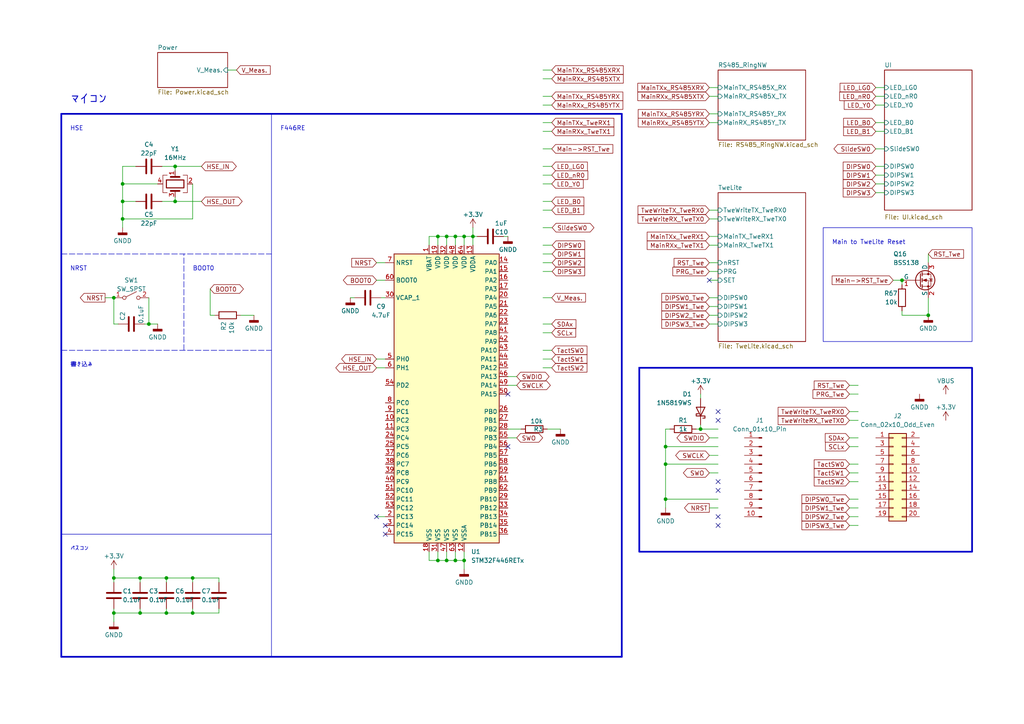
<source format=kicad_sch>
(kicad_sch (version 20230121) (generator eeschema)
  (paper "A4")
  (lib_symbols
    (symbol "Connector:Conn_01x10_Pin" (pin_names (offset 1.016) hide)
      (property "Reference" "J" (at 0 12.7 0))
      (property "Value" "Conn_01x10_Pin" (at 0 -15.24 0))
      (symbol "Conn_01x10_Pin_1_1"
        (polyline (pts (xy 1.27 -12.7) (xy 0.8636 -12.7)) (stroke (width 0.1524)))
        (polyline (pts (xy 1.27 -10.16) (xy 0.8636 -10.16)) (stroke (width 0.1524)))
        (polyline (pts (xy 1.27 -7.62) (xy 0.8636 -7.62)) (stroke (width 0.1524)))
        (polyline (pts (xy 1.27 -5.08) (xy 0.8636 -5.08)) (stroke (width 0.1524)))
        (polyline (pts (xy 1.27 -2.54) (xy 0.8636 -2.54)) (stroke (width 0.1524)))
        (polyline (pts (xy 1.27 0) (xy 0.8636 0)) (stroke (width 0.1524)))
        (polyline (pts (xy 1.27 2.54) (xy 0.8636 2.54)) (stroke (width 0.1524)))
        (polyline (pts (xy 1.27 5.08) (xy 0.8636 5.08)) (stroke (width 0.1524)))
        (polyline (pts (xy 1.27 7.62) (xy 0.8636 7.62)) (stroke (width 0.1524)))
        (polyline (pts (xy 1.27 10.16) (xy 0.8636 10.16)) (stroke (width 0.1524)))
        (rectangle (start 0.8636 -12.573) (end 0 -12.827) (stroke (width 0.1524)) (fill (type outline)))
        (rectangle (start 0.8636 -10.033) (end 0 -10.287) (stroke (width 0.1524)) (fill (type outline)))
        (rectangle (start 0.8636 -7.493) (end 0 -7.747) (stroke (width 0.1524)) (fill (type outline)))
        (rectangle (start 0.8636 -4.953) (end 0 -5.207) (stroke (width 0.1524)) (fill (type outline)))
        (rectangle (start 0.8636 -2.413) (end 0 -2.667) (stroke (width 0.1524)) (fill (type outline)))
        (rectangle (start 0.8636 0.127) (end 0 -0.127) (stroke (width 0.1524)) (fill (type outline)))
        (rectangle (start 0.8636 2.667) (end 0 2.413) (stroke (width 0.1524)) (fill (type outline)))
        (rectangle (start 0.8636 5.207) (end 0 4.953) (stroke (width 0.1524)) (fill (type outline)))
        (rectangle (start 0.8636 7.747) (end 0 7.493) (stroke (width 0.1524)) (fill (type outline)))
        (rectangle (start 0.8636 10.287) (end 0 10.033) (stroke (width 0.1524)) (fill (type outline)))
        (pin passive line (at 5.08 10.16 180) (length 3.81) (name "Pin_1") (number "1"))
        (pin passive line (at 5.08 -12.7 180) (length 3.81) (name "Pin_10") (number "10"))
        (pin passive line (at 5.08 7.62 180) (length 3.81) (name "Pin_2") (number "2"))
        (pin passive line (at 5.08 5.08 180) (length 3.81) (name "Pin_3") (number "3"))
        (pin passive line (at 5.08 2.54 180) (length 3.81) (name "Pin_4") (number "4"))
        (pin passive line (at 5.08 0 180) (length 3.81) (name "Pin_5") (number "5"))
        (pin passive line (at 5.08 -2.54 180) (length 3.81) (name "Pin_6") (number "6"))
        (pin passive line (at 5.08 -5.08 180) (length 3.81) (name "Pin_7") (number "7"))
        (pin passive line (at 5.08 -7.62 180) (length 3.81) (name "Pin_8") (number "8"))
        (pin passive line (at 5.08 -10.16 180) (length 3.81) (name "Pin_9") (number "9"))
      )
    )
    (symbol "Connector_Generic:Conn_02x10_Odd_Even" (pin_names (offset 1.016) hide)
      (property "Reference" "J" (at 1.27 12.7 0))
      (property "Value" "Conn_02x10_Odd_Even" (at 1.27 -15.24 0))
      (symbol "Conn_02x10_Odd_Even_1_1"
        (rectangle (start -1.27 -12.573) (end 0 -12.827) (stroke (width 0.1524)))
        (rectangle (start -1.27 -10.033) (end 0 -10.287) (stroke (width 0.1524)))
        (rectangle (start -1.27 -7.493) (end 0 -7.747) (stroke (width 0.1524)))
        (rectangle (start -1.27 -4.953) (end 0 -5.207) (stroke (width 0.1524)))
        (rectangle (start -1.27 -2.413) (end 0 -2.667) (stroke (width 0.1524)))
        (rectangle (start -1.27 0.127) (end 0 -0.127) (stroke (width 0.1524)))
        (rectangle (start -1.27 2.667) (end 0 2.413) (stroke (width 0.1524)))
        (rectangle (start -1.27 5.207) (end 0 4.953) (stroke (width 0.1524)))
        (rectangle (start -1.27 7.747) (end 0 7.493) (stroke (width 0.1524)))
        (rectangle (start -1.27 10.287) (end 0 10.033) (stroke (width 0.1524)))
        (rectangle (start -1.27 11.43) (end 3.81 -13.97) (stroke (width 0.254)) (fill (type background)))
        (rectangle (start 3.81 -12.573) (end 2.54 -12.827) (stroke (width 0.1524)))
        (rectangle (start 3.81 -10.033) (end 2.54 -10.287) (stroke (width 0.1524)))
        (rectangle (start 3.81 -7.493) (end 2.54 -7.747) (stroke (width 0.1524)))
        (rectangle (start 3.81 -4.953) (end 2.54 -5.207) (stroke (width 0.1524)))
        (rectangle (start 3.81 -2.413) (end 2.54 -2.667) (stroke (width 0.1524)))
        (rectangle (start 3.81 0.127) (end 2.54 -0.127) (stroke (width 0.1524)))
        (rectangle (start 3.81 2.667) (end 2.54 2.413) (stroke (width 0.1524)))
        (rectangle (start 3.81 5.207) (end 2.54 4.953) (stroke (width 0.1524)))
        (rectangle (start 3.81 7.747) (end 2.54 7.493) (stroke (width 0.1524)))
        (rectangle (start 3.81 10.287) (end 2.54 10.033) (stroke (width 0.1524)))
        (pin passive line (at -5.08 10.16 0) (length 3.81) (name "Pin_1") (number "1"))
        (pin passive line (at 7.62 0 180) (length 3.81) (name "Pin_10") (number "10"))
        (pin passive line (at -5.08 -2.54 0) (length 3.81) (name "Pin_11") (number "11"))
        (pin passive line (at 7.62 -2.54 180) (length 3.81) (name "Pin_12") (number "12"))
        (pin passive line (at -5.08 -5.08 0) (length 3.81) (name "Pin_13") (number "13"))
        (pin passive line (at 7.62 -5.08 180) (length 3.81) (name "Pin_14") (number "14"))
        (pin passive line (at -5.08 -7.62 0) (length 3.81) (name "Pin_15") (number "15"))
        (pin passive line (at 7.62 -7.62 180) (length 3.81) (name "Pin_16") (number "16"))
        (pin passive line (at -5.08 -10.16 0) (length 3.81) (name "Pin_17") (number "17"))
        (pin passive line (at 7.62 -10.16 180) (length 3.81) (name "Pin_18") (number "18"))
        (pin passive line (at -5.08 -12.7 0) (length 3.81) (name "Pin_19") (number "19"))
        (pin passive line (at 7.62 10.16 180) (length 3.81) (name "Pin_2") (number "2"))
        (pin passive line (at 7.62 -12.7 180) (length 3.81) (name "Pin_20") (number "20"))
        (pin passive line (at -5.08 7.62 0) (length 3.81) (name "Pin_3") (number "3"))
        (pin passive line (at 7.62 7.62 180) (length 3.81) (name "Pin_4") (number "4"))
        (pin passive line (at -5.08 5.08 0) (length 3.81) (name "Pin_5") (number "5"))
        (pin passive line (at 7.62 5.08 180) (length 3.81) (name "Pin_6") (number "6"))
        (pin passive line (at -5.08 2.54 0) (length 3.81) (name "Pin_7") (number "7"))
        (pin passive line (at 7.62 2.54 180) (length 3.81) (name "Pin_8") (number "8"))
        (pin passive line (at -5.08 0 0) (length 3.81) (name "Pin_9") (number "9"))
      )
    )
    (symbol "D_Schottky_3" (pin_numbers hide) (pin_names (offset 1.016) hide)
      (property "Reference" "D" (at 0 2.54 0))
      (property "Value" "D_Schottky_3" (at 0 -2.54 0))
      (symbol "D_Schottky_3_0_1"
        (polyline (pts (xy 1.27 0) (xy -1.27 0)))
        (polyline (pts (xy 1.27 1.27) (xy 1.27 -1.27) (xy -1.27 0) (xy 1.27 1.27)) (stroke (width 0.254)))
        (polyline (pts (xy -1.905 0.635) (xy -1.905 1.27) (xy -1.27 1.27) (xy -1.27 -1.27) (xy -0.635 -1.27) (xy -0.635 -0.635)) (stroke (width 0.254)))
      )
      (symbol "D_Schottky_3_1_1"
        (pin passive line (at -3.81 0 0) (length 2.54) (name "K") (number "1"))
        (pin passive line (at 3.81 0 180) (length 2.54) (name "A") (number "2"))
      )
    )
    (symbol "Device:C" (pin_numbers hide) (pin_names (offset 0.254))
      (property "Reference" "C" (at 0.635 2.54 0))
      (property "Value" "C" (at 0.635 -2.54 0))
      (symbol "C_0_1"
        (polyline (pts (xy -2.032 -0.762) (xy 2.032 -0.762)) (stroke (width 0.508)))
        (polyline (pts (xy -2.032 0.762) (xy 2.032 0.762)) (stroke (width 0.508)))
      )
      (symbol "C_1_1"
        (pin passive line (at 0 3.81 270) (length 2.794) (name "~") (number "1"))
        (pin passive line (at 0 -3.81 90) (length 2.794) (name "~") (number "2"))
      )
    )
    (symbol "Device:Crystal_GND24" (pin_names (offset 1.016) hide)
      (property "Reference" "Y" (at 3.175 5.08 0))
      (property "Value" "Crystal_GND24" (at 3.175 3.175 0))
      (symbol "Crystal_GND24_0_1"
        (rectangle (start -1.143 2.54) (end 1.143 -2.54) (stroke (width 0.3048)))
        (polyline (pts (xy -2.54 0) (xy -2.032 0)))
        (polyline (pts (xy -2.032 -1.27) (xy -2.032 1.27)) (stroke (width 0.508)))
        (polyline (pts (xy 0 -3.81) (xy 0 -3.556)))
        (polyline (pts (xy 0 3.556) (xy 0 3.81)))
        (polyline (pts (xy 2.032 -1.27) (xy 2.032 1.27)) (stroke (width 0.508)))
        (polyline (pts (xy 2.032 0) (xy 2.54 0)))
        (polyline (pts (xy -2.54 -2.286) (xy -2.54 -3.556) (xy 2.54 -3.556) (xy 2.54 -2.286)))
        (polyline (pts (xy -2.54 2.286) (xy -2.54 3.556) (xy 2.54 3.556) (xy 2.54 2.286)))
      )
      (symbol "Crystal_GND24_1_1"
        (pin passive line (at -3.81 0 0) (length 1.27) (name "1") (number "1"))
        (pin passive line (at 0 5.08 270) (length 1.27) (name "2") (number "2"))
        (pin passive line (at 3.81 0 180) (length 1.27) (name "3") (number "3"))
        (pin passive line (at 0 -5.08 90) (length 1.27) (name "4") (number "4"))
      )
    )
    (symbol "Device:R" (pin_numbers hide) (pin_names (offset 0))
      (property "Reference" "R" (at 2.032 0 90))
      (property "Value" "R" (at 0 0 90))
      (symbol "R_0_1"
        (rectangle (start -1.016 -2.54) (end 1.016 2.54) (stroke (width 0.254)))
      )
      (symbol "R_1_1"
        (pin passive line (at 0 3.81 270) (length 1.27) (name "~") (number "1"))
        (pin passive line (at 0 -3.81 90) (length 1.27) (name "~") (number "2"))
      )
    )
    (symbol "MCU_ST_STM32F4:STM32F446RETx"
      (property "Reference" "U" (at -15.24 41.91 0))
      (property "Value" "STM32F446RETx" (at 10.16 41.91 0))
      (symbol "STM32F446RETx_0_1"
        (rectangle (start -15.24 -43.18) (end 15.24 40.64) (stroke (width 0.254)) (fill (type background)))
      )
      (symbol "STM32F446RETx_1_1"
        (pin power_in line (at -5.08 43.18 270) (length 2.54) (name "VBAT") (number "1"))
        (pin bidirectional line (at -17.78 -7.62 0) (length 2.54) (name "PC2") (number "10"))
        (pin bidirectional line (at -17.78 -10.16 0) (length 2.54) (name "PC3") (number "11"))
        (pin power_in line (at 5.08 -45.72 90) (length 2.54) (name "VSSA") (number "12"))
        (pin power_in line (at 7.62 43.18 270) (length 2.54) (name "VDDA") (number "13"))
        (pin bidirectional line (at 17.78 38.1 180) (length 2.54) (name "PA0") (number "14"))
        (pin bidirectional line (at 17.78 35.56 180) (length 2.54) (name "PA1") (number "15"))
        (pin bidirectional line (at 17.78 33.02 180) (length 2.54) (name "PA2") (number "16"))
        (pin bidirectional line (at 17.78 30.48 180) (length 2.54) (name "PA3") (number "17"))
        (pin power_in line (at -5.08 -45.72 90) (length 2.54) (name "VSS") (number "18"))
        (pin power_in line (at -2.54 43.18 270) (length 2.54) (name "VDD") (number "19"))
        (pin bidirectional line (at -17.78 -35.56 0) (length 2.54) (name "PC13") (number "2"))
        (pin bidirectional line (at 17.78 27.94 180) (length 2.54) (name "PA4") (number "20"))
        (pin bidirectional line (at 17.78 25.4 180) (length 2.54) (name "PA5") (number "21"))
        (pin bidirectional line (at 17.78 22.86 180) (length 2.54) (name "PA6") (number "22"))
        (pin bidirectional line (at 17.78 20.32 180) (length 2.54) (name "PA7") (number "23"))
        (pin bidirectional line (at -17.78 -12.7 0) (length 2.54) (name "PC4") (number "24"))
        (pin bidirectional line (at -17.78 -15.24 0) (length 2.54) (name "PC5") (number "25"))
        (pin bidirectional line (at 17.78 -5.08 180) (length 2.54) (name "PB0") (number "26"))
        (pin bidirectional line (at 17.78 -7.62 180) (length 2.54) (name "PB1") (number "27"))
        (pin bidirectional line (at 17.78 -10.16 180) (length 2.54) (name "PB2") (number "28"))
        (pin bidirectional line (at 17.78 -30.48 180) (length 2.54) (name "PB10") (number "29"))
        (pin bidirectional line (at -17.78 -38.1 0) (length 2.54) (name "PC14") (number "3"))
        (pin power_in line (at -17.78 27.94 0) (length 2.54) (name "VCAP_1") (number "30"))
        (pin power_in line (at -2.54 -45.72 90) (length 2.54) (name "VSS") (number "31"))
        (pin power_in line (at 0 43.18 270) (length 2.54) (name "VDD") (number "32"))
        (pin bidirectional line (at 17.78 -33.02 180) (length 2.54) (name "PB12") (number "33"))
        (pin bidirectional line (at 17.78 -35.56 180) (length 2.54) (name "PB13") (number "34"))
        (pin bidirectional line (at 17.78 -38.1 180) (length 2.54) (name "PB14") (number "35"))
        (pin bidirectional line (at 17.78 -40.64 180) (length 2.54) (name "PB15") (number "36"))
        (pin bidirectional line (at -17.78 -17.78 0) (length 2.54) (name "PC6") (number "37"))
        (pin bidirectional line (at -17.78 -20.32 0) (length 2.54) (name "PC7") (number "38"))
        (pin bidirectional line (at -17.78 -22.86 0) (length 2.54) (name "PC8") (number "39"))
        (pin bidirectional line (at -17.78 -40.64 0) (length 2.54) (name "PC15") (number "4"))
        (pin bidirectional line (at -17.78 -25.4 0) (length 2.54) (name "PC9") (number "40"))
        (pin bidirectional line (at 17.78 17.78 180) (length 2.54) (name "PA8") (number "41"))
        (pin bidirectional line (at 17.78 15.24 180) (length 2.54) (name "PA9") (number "42"))
        (pin bidirectional line (at 17.78 12.7 180) (length 2.54) (name "PA10") (number "43"))
        (pin bidirectional line (at 17.78 10.16 180) (length 2.54) (name "PA11") (number "44"))
        (pin bidirectional line (at 17.78 7.62 180) (length 2.54) (name "PA12") (number "45"))
        (pin bidirectional line (at 17.78 5.08 180) (length 2.54) (name "PA13") (number "46"))
        (pin power_in line (at 0 -45.72 90) (length 2.54) (name "VSS") (number "47"))
        (pin power_in line (at 2.54 43.18 270) (length 2.54) (name "VDD") (number "48"))
        (pin bidirectional line (at 17.78 2.54 180) (length 2.54) (name "PA14") (number "49"))
        (pin input line (at -17.78 10.16 0) (length 2.54) (name "PH0") (number "5"))
        (pin bidirectional line (at 17.78 0 180) (length 2.54) (name "PA15") (number "50"))
        (pin bidirectional line (at -17.78 -27.94 0) (length 2.54) (name "PC10") (number "51"))
        (pin bidirectional line (at -17.78 -30.48 0) (length 2.54) (name "PC11") (number "52"))
        (pin bidirectional line (at -17.78 -33.02 0) (length 2.54) (name "PC12") (number "53"))
        (pin bidirectional line (at -17.78 2.54 0) (length 2.54) (name "PD2") (number "54"))
        (pin bidirectional line (at 17.78 -12.7 180) (length 2.54) (name "PB3") (number "55"))
        (pin bidirectional line (at 17.78 -15.24 180) (length 2.54) (name "PB4") (number "56"))
        (pin bidirectional line (at 17.78 -17.78 180) (length 2.54) (name "PB5") (number "57"))
        (pin bidirectional line (at 17.78 -20.32 180) (length 2.54) (name "PB6") (number "58"))
        (pin bidirectional line (at 17.78 -22.86 180) (length 2.54) (name "PB7") (number "59"))
        (pin input line (at -17.78 7.62 0) (length 2.54) (name "PH1") (number "6"))
        (pin input line (at -17.78 33.02 0) (length 2.54) (name "BOOT0") (number "60"))
        (pin bidirectional line (at 17.78 -25.4 180) (length 2.54) (name "PB8") (number "61"))
        (pin bidirectional line (at 17.78 -27.94 180) (length 2.54) (name "PB9") (number "62"))
        (pin power_in line (at 2.54 -45.72 90) (length 2.54) (name "VSS") (number "63"))
        (pin power_in line (at 5.08 43.18 270) (length 2.54) (name "VDD") (number "64"))
        (pin input line (at -17.78 38.1 0) (length 2.54) (name "NRST") (number "7"))
        (pin bidirectional line (at -17.78 -2.54 0) (length 2.54) (name "PC0") (number "8"))
        (pin bidirectional line (at -17.78 -5.08 0) (length 2.54) (name "PC1") (number "9"))
      )
    )
    (symbol "Q_NMOS_GSD_1" (pin_names (offset 0))
      (property "Reference" "Q" (at 5.08 1.27 0))
      (property "Value" "Q_NMOS_GSD_1" (at 5.08 -1.27 0))
      (symbol "Q_NMOS_GSD_1_0_1"
        (polyline (pts (xy 0.254 0) (xy -2.54 0)))
        (polyline (pts (xy 0.254 1.905) (xy 0.254 -1.905)) (stroke (width 0.254)))
        (polyline (pts (xy 0.762 -1.27) (xy 0.762 -2.286)) (stroke (width 0.254)))
        (polyline (pts (xy 0.762 0.508) (xy 0.762 -0.508)) (stroke (width 0.254)))
        (polyline (pts (xy 0.762 2.286) (xy 0.762 1.27)) (stroke (width 0.254)))
        (polyline (pts (xy 2.54 2.54) (xy 2.54 1.778)))
        (polyline (pts (xy 2.54 -2.54) (xy 2.54 0) (xy 0.762 0)))
        (polyline (pts (xy 0.762 -1.778) (xy 3.302 -1.778) (xy 3.302 1.778) (xy 0.762 1.778)))
        (polyline (pts (xy 1.016 0) (xy 2.032 0.381) (xy 2.032 -0.381) (xy 1.016 0)) (fill (type outline)))
        (polyline (pts (xy 2.794 0.508) (xy 2.921 0.381) (xy 3.683 0.381) (xy 3.81 0.254)))
        (polyline (pts (xy 3.302 0.381) (xy 2.921 -0.254) (xy 3.683 -0.254) (xy 3.302 0.381)))
        (circle (center 1.651 0) (radius 2.794) (stroke (width 0.254)))
        (circle (center 2.54 -1.778) (radius 0.254) (fill (type outline)))
        (circle (center 2.54 1.778) (radius 0.254) (fill (type outline)))
      )
      (symbol "Q_NMOS_GSD_1_1_1"
        (pin input line (at -5.08 0 0) (length 2.54) (name "G") (number "1"))
        (pin passive line (at 2.54 -5.08 90) (length 2.54) (name "S") (number "2"))
        (pin passive line (at 2.54 5.08 270) (length 2.54) (name "D") (number "3"))
      )
    )
    (symbol "Switch:SW_SPST" (pin_names (offset 0) hide)
      (property "Reference" "SW" (at 0 3.175 0))
      (property "Value" "SW_SPST" (at 0 -2.54 0))
      (symbol "SW_SPST_0_0"
        (circle (center -2.032 0) (radius 0.508))
        (polyline (pts (xy -1.524 0.254) (xy 1.524 1.778)))
        (circle (center 2.032 0) (radius 0.508))
      )
      (symbol "SW_SPST_1_1"
        (pin passive line (at -5.08 0 0) (length 2.54) (name "A") (number "1"))
        (pin passive line (at 5.08 0 180) (length 2.54) (name "B") (number "2"))
      )
    )
    (symbol "power:+3.3V" (power) (pin_names (offset 0))
      (property "Value" "+3.3V" (at 0 3.556 0))
      (symbol "+3.3V_0_1"
        (polyline (pts (xy -0.762 1.27) (xy 0 2.54)))
        (polyline (pts (xy 0 0) (xy 0 2.54)))
        (polyline (pts (xy 0 2.54) (xy 0.762 1.27)))
      )
      (symbol "+3.3V_1_1"
        (pin power_in line (at 0 0 90) (length 0) hide (name "+3.3V") (number "1"))
      )
    )
    (symbol "power:GNDD" (power) (pin_names (offset 0))
      (property "Value" "GNDD" (at 0 -3.175 0))
      (symbol "GNDD_0_1"
        (rectangle (start -1.27 -1.524) (end 1.27 -2.032) (stroke (width 0.254)) (fill (type outline)))
        (polyline (pts (xy 0 0) (xy 0 -1.524)))
      )
      (symbol "GNDD_1_1"
        (pin power_in line (at 0 0 270) (length 0) hide (name "GNDD") (number "1"))
      )
    )
    (symbol "power:VBUS" (power) (pin_names (offset 0))
      (property "Value" "VBUS" (at 0 3.81 0))
      (symbol "VBUS_0_1"
        (polyline (pts (xy -0.762 1.27) (xy 0 2.54)))
        (polyline (pts (xy 0 0) (xy 0 2.54)))
        (polyline (pts (xy 0 2.54) (xy 0.762 1.27)))
      )
      (symbol "VBUS_1_1"
        (pin power_in line (at 0 0 90) (length 0) hide (name "VBUS") (number "1"))
      )
    )
  )
  (junction (at 50.8 58.42))
  (junction (at 129.54 68.58))
  (junction (at 35.56 58.42))
  (junction (at 33.02 86.36))
  (junction (at 261.62 81.28))
  (junction (at 193.04 129.54))
  (junction (at 55.88 167.64))
  (junction (at 33.02 177.8))
  (junction (at 43.18 93.98))
  (junction (at 129.54 162.56))
  (junction (at 35.56 53.34))
  (junction (at 35.56 63.5))
  (junction (at 132.08 68.58))
  (junction (at 50.8 48.26))
  (junction (at 127 162.56))
  (junction (at 48.26 177.8))
  (junction (at 193.04 144.78))
  (junction (at 132.08 162.56))
  (junction (at 48.26 167.64))
  (junction (at 134.62 162.56))
  (junction (at 40.64 167.64))
  (junction (at 137.16 68.58))
  (junction (at 269.24 91.44))
  (junction (at 134.62 68.58))
  (junction (at 40.64 177.8))
  (junction (at 127 68.58))
  (junction (at 55.88 177.8))
  (junction (at 193.04 134.62))
  (junction (at 33.02 167.64))
  (junction (at 203.2 124.46))
  (no_connect (at 208.28 119.38))
  (no_connect (at 111.76 154.94))
  (no_connect (at 205.74 81.28))
  (no_connect (at 208.28 121.92))
  (no_connect (at 208.28 149.86))
  (no_connect (at 147.32 129.54))
  (no_connect (at 147.32 114.3))
  (no_connect (at 208.28 139.7))
  (no_connect (at 109.22 149.86))
  (no_connect (at 208.28 142.24))
  (no_connect (at 208.28 152.4))
  (no_connect (at 111.76 152.4))
  (wire (pts (xy 205.74 63.5) (xy 208.28 63.5)))
  (wire (pts (xy 246.38 137.16) (xy 248.92 137.16)))
  (wire (pts (xy 127 68.58) (xy 129.54 68.58)))
  (wire (pts (xy 146.05 68.58) (xy 147.32 68.58)))
  (wire (pts (xy 261.62 90.17) (xy 261.62 91.44)))
  (wire (pts (xy 134.62 71.12) (xy 134.62 68.58)))
  (wire (pts (xy 160.02 106.68) (xy 157.48 106.68)))
  (wire (pts (xy 194.31 124.46) (xy 193.04 124.46)))
  (wire (pts (xy 254 25.4) (xy 256.54 25.4)))
  (wire (pts (xy 69.85 91.44) (xy 73.66 91.44)))
  (wire (pts (xy 147.32 127) (xy 149.86 127)))
  (wire (pts (xy 66.04 20.32) (xy 68.58 20.32)))
  (wire (pts (xy 48.26 177.8) (xy 55.88 177.8)))
  (wire (pts (xy 160.02 20.32) (xy 157.48 20.32)))
  (wire (pts (xy 134.62 162.56) (xy 134.62 165.1)))
  (wire (pts (xy 203.2 114.3) (xy 203.2 115.57)))
  (wire (pts (xy 60.96 83.82) (xy 60.96 91.44)))
  (polyline (pts (xy 180.34 190.5) (xy 180.34 33.02)) (stroke (width 0.5) (type solid)))
  (wire (pts (xy 160.02 104.14) (xy 157.48 104.14)))
  (wire (pts (xy 160.02 101.6) (xy 157.48 101.6)))
  (wire (pts (xy 160.02 78.74) (xy 157.48 78.74)))
  (wire (pts (xy 134.62 68.58) (xy 137.16 68.58)))
  (wire (pts (xy 33.02 177.8) (xy 33.02 180.34)))
  (wire (pts (xy 137.16 66.04) (xy 137.16 68.58)))
  (wire (pts (xy 205.74 27.94) (xy 208.28 27.94)))
  (wire (pts (xy 205.74 91.44) (xy 208.28 91.44)))
  (wire (pts (xy 58.42 48.26) (xy 50.8 48.26)))
  (wire (pts (xy 193.04 124.46) (xy 193.04 129.54)))
  (wire (pts (xy 33.02 165.1) (xy 33.02 167.64)))
  (wire (pts (xy 109.22 81.28) (xy 111.76 81.28)))
  (wire (pts (xy 129.54 68.58) (xy 132.08 68.58)))
  (wire (pts (xy 63.5 177.8) (xy 63.5 176.53)))
  (wire (pts (xy 35.56 58.42) (xy 39.37 58.42)))
  (wire (pts (xy 254 35.56) (xy 256.54 35.56)))
  (wire (pts (xy 33.02 86.36) (xy 33.02 93.98)))
  (wire (pts (xy 46.99 58.42) (xy 50.8 58.42)))
  (wire (pts (xy 193.04 134.62) (xy 193.04 129.54)))
  (wire (pts (xy 129.54 162.56) (xy 132.08 162.56)))
  (wire (pts (xy 160.02 66.04) (xy 157.48 66.04)))
  (polyline (pts (xy 78.74 33.02) (xy 78.74 190.5)) (stroke (width 0) (type solid)))
  (wire (pts (xy 254 38.1) (xy 256.54 38.1)))
  (wire (pts (xy 259.08 81.28) (xy 261.62 81.28)))
  (wire (pts (xy 30.48 86.36) (xy 33.02 86.36)))
  (wire (pts (xy 205.74 81.28) (xy 208.28 81.28)))
  (wire (pts (xy 33.02 167.64) (xy 40.64 167.64)))
  (wire (pts (xy 254 50.8) (xy 256.54 50.8)))
  (wire (pts (xy 48.26 167.64) (xy 55.88 167.64)))
  (wire (pts (xy 158.75 124.46) (xy 162.56 124.46)))
  (wire (pts (xy 40.64 177.8) (xy 48.26 177.8)))
  (wire (pts (xy 33.02 93.98) (xy 34.29 93.98)))
  (wire (pts (xy 147.32 111.76) (xy 149.86 111.76)))
  (wire (pts (xy 160.02 76.2) (xy 157.48 76.2)))
  (wire (pts (xy 160.02 38.1) (xy 157.48 38.1)))
  (wire (pts (xy 205.74 93.98) (xy 208.28 93.98)))
  (polyline (pts (xy 17.78 33.02) (xy 17.78 190.5)) (stroke (width 0.5) (type solid)))
  (wire (pts (xy 160.02 96.52) (xy 157.48 96.52)))
  (wire (pts (xy 254 30.48) (xy 256.54 30.48)))
  (wire (pts (xy 40.64 167.64) (xy 48.26 167.64)))
  (wire (pts (xy 269.24 91.44) (xy 269.24 86.36)))
  (wire (pts (xy 254 43.18) (xy 256.54 43.18)))
  (wire (pts (xy 43.18 86.36) (xy 43.18 93.98)))
  (wire (pts (xy 160.02 22.86) (xy 157.48 22.86)))
  (polyline (pts (xy 17.78 101.6) (xy 78.74 101.6)) (stroke (width 0) (type dash)))
  (wire (pts (xy 33.02 176.53) (xy 33.02 177.8)))
  (wire (pts (xy 205.74 68.58) (xy 208.28 68.58)))
  (wire (pts (xy 205.74 71.12) (xy 208.28 71.12)))
  (wire (pts (xy 40.64 176.53) (xy 40.64 177.8)))
  (wire (pts (xy 205.74 86.36) (xy 208.28 86.36)))
  (wire (pts (xy 208.28 147.32) (xy 205.74 147.32)))
  (wire (pts (xy 132.08 160.02) (xy 132.08 162.56)))
  (wire (pts (xy 48.26 176.53) (xy 48.26 177.8)))
  (wire (pts (xy 208.28 137.16) (xy 205.74 137.16)))
  (wire (pts (xy 109.22 106.68) (xy 111.76 106.68)))
  (wire (pts (xy 132.08 162.56) (xy 134.62 162.56)))
  (wire (pts (xy 48.26 167.64) (xy 48.26 168.91)))
  (wire (pts (xy 55.88 167.64) (xy 55.88 168.91)))
  (wire (pts (xy 160.02 48.26) (xy 157.48 48.26)))
  (wire (pts (xy 55.88 167.64) (xy 63.5 167.64)))
  (wire (pts (xy 60.96 91.44) (xy 62.23 91.44)))
  (wire (pts (xy 208.28 132.08) (xy 205.74 132.08)))
  (wire (pts (xy 147.32 109.22) (xy 149.86 109.22)))
  (wire (pts (xy 39.37 48.26) (xy 35.56 48.26)))
  (wire (pts (xy 35.56 58.42) (xy 35.56 63.5)))
  (wire (pts (xy 246.38 114.3) (xy 248.92 114.3)))
  (wire (pts (xy 246.38 119.38) (xy 248.92 119.38)))
  (wire (pts (xy 254 27.94) (xy 256.54 27.94)))
  (wire (pts (xy 246.38 149.86) (xy 248.92 149.86)))
  (wire (pts (xy 246.38 134.62) (xy 248.92 134.62)))
  (wire (pts (xy 147.32 124.46) (xy 151.13 124.46)))
  (polyline (pts (xy 17.78 73.66) (xy 78.74 73.66)) (stroke (width 0) (type dash)))
  (wire (pts (xy 127 162.56) (xy 129.54 162.56)))
  (wire (pts (xy 205.74 25.4) (xy 208.28 25.4)))
  (wire (pts (xy 246.38 121.92) (xy 248.92 121.92)))
  (wire (pts (xy 127 71.12) (xy 127 68.58)))
  (wire (pts (xy 124.46 68.58) (xy 127 68.58)))
  (wire (pts (xy 35.56 53.34) (xy 35.56 58.42)))
  (wire (pts (xy 246.38 152.4) (xy 248.92 152.4)))
  (wire (pts (xy 261.62 81.28) (xy 261.62 82.55)))
  (wire (pts (xy 205.74 88.9) (xy 208.28 88.9)))
  (wire (pts (xy 124.46 162.56) (xy 127 162.56)))
  (wire (pts (xy 160.02 30.48) (xy 157.48 30.48)))
  (wire (pts (xy 127 160.02) (xy 127 162.56)))
  (wire (pts (xy 33.02 167.64) (xy 33.02 168.91)))
  (wire (pts (xy 132.08 68.58) (xy 134.62 68.58)))
  (wire (pts (xy 109.22 104.14) (xy 111.76 104.14)))
  (wire (pts (xy 261.62 91.44) (xy 269.24 91.44)))
  (wire (pts (xy 203.2 123.19) (xy 203.2 124.46)))
  (wire (pts (xy 137.16 68.58) (xy 137.16 71.12)))
  (wire (pts (xy 50.8 48.26) (xy 50.8 49.53)))
  (wire (pts (xy 35.56 63.5) (xy 55.88 63.5)))
  (wire (pts (xy 269.24 73.66) (xy 269.24 76.2)))
  (wire (pts (xy 157.48 43.18) (xy 160.02 43.18)))
  (wire (pts (xy 46.99 48.26) (xy 50.8 48.26)))
  (wire (pts (xy 102.87 86.36) (xy 101.6 86.36)))
  (wire (pts (xy 208.28 144.78) (xy 193.04 144.78)))
  (wire (pts (xy 50.8 58.42) (xy 58.42 58.42)))
  (wire (pts (xy 35.56 53.34) (xy 45.72 53.34)))
  (polyline (pts (xy 17.78 33.02) (xy 180.34 33.02)) (stroke (width 0.5) (type solid)))
  (wire (pts (xy 138.43 68.58) (xy 137.16 68.58)))
  (wire (pts (xy 246.38 144.78) (xy 248.92 144.78)))
  (wire (pts (xy 160.02 93.98) (xy 157.48 93.98)))
  (wire (pts (xy 203.2 124.46) (xy 208.28 124.46)))
  (wire (pts (xy 193.04 144.78) (xy 193.04 134.62)))
  (wire (pts (xy 208.28 127) (xy 205.74 127)))
  (wire (pts (xy 55.88 53.34) (xy 55.88 63.5)))
  (wire (pts (xy 160.02 58.42) (xy 157.48 58.42)))
  (wire (pts (xy 33.02 177.8) (xy 40.64 177.8)))
  (polyline (pts (xy 78.74 154.94) (xy 17.78 154.94)) (stroke (width 0) (type solid)))
  (wire (pts (xy 157.48 86.36) (xy 160.02 86.36)))
  (wire (pts (xy 124.46 160.02) (xy 124.46 162.56)))
  (wire (pts (xy 254 48.26) (xy 256.54 48.26)))
  (wire (pts (xy 193.04 147.32) (xy 193.04 144.78)))
  (wire (pts (xy 246.38 129.54) (xy 248.92 129.54)))
  (wire (pts (xy 35.56 66.04) (xy 35.56 63.5)))
  (wire (pts (xy 246.38 139.7) (xy 248.92 139.7)))
  (wire (pts (xy 160.02 50.8) (xy 157.48 50.8)))
  (wire (pts (xy 205.74 35.56) (xy 208.28 35.56)))
  (wire (pts (xy 109.22 76.2) (xy 111.76 76.2)))
  (wire (pts (xy 205.74 33.02) (xy 208.28 33.02)))
  (wire (pts (xy 129.54 68.58) (xy 129.54 71.12)))
  (wire (pts (xy 160.02 71.12) (xy 157.48 71.12)))
  (wire (pts (xy 63.5 167.64) (xy 63.5 168.91)))
  (wire (pts (xy 40.64 167.64) (xy 40.64 168.91)))
  (wire (pts (xy 160.02 73.66) (xy 157.48 73.66)))
  (wire (pts (xy 43.18 93.98) (xy 41.91 93.98)))
  (polyline (pts (xy 53.34 101.6) (xy 53.34 73.66)) (stroke (width 0) (type dash)))
  (wire (pts (xy 160.02 35.56) (xy 157.48 35.56)))
  (wire (pts (xy 110.49 86.36) (xy 111.76 86.36)))
  (wire (pts (xy 132.08 68.58) (xy 132.08 71.12)))
  (wire (pts (xy 124.46 68.58) (xy 124.46 71.12)))
  (wire (pts (xy 203.2 124.46) (xy 201.93 124.46)))
  (wire (pts (xy 208.28 129.54) (xy 193.04 129.54)))
  (wire (pts (xy 50.8 57.15) (xy 50.8 58.42)))
  (wire (pts (xy 111.76 149.86) (xy 109.22 149.86)))
  (wire (pts (xy 55.88 176.53) (xy 55.88 177.8)))
  (wire (pts (xy 208.28 134.62) (xy 193.04 134.62)))
  (wire (pts (xy 246.38 147.32) (xy 248.92 147.32)))
  (wire (pts (xy 205.74 76.2) (xy 208.28 76.2)))
  (wire (pts (xy 129.54 160.02) (xy 129.54 162.56)))
  (wire (pts (xy 160.02 27.94) (xy 157.48 27.94)))
  (wire (pts (xy 246.38 111.76) (xy 248.92 111.76)))
  (wire (pts (xy 43.18 93.98) (xy 45.72 93.98)))
  (polyline (pts (xy 17.78 190.5) (xy 180.34 190.5)) (stroke (width 0.5) (type solid)))
  (wire (pts (xy 160.02 53.34) (xy 157.48 53.34)))
  (wire (pts (xy 35.56 48.26) (xy 35.56 53.34)))
  (wire (pts (xy 160.02 60.96) (xy 157.48 60.96)))
  (wire (pts (xy 134.62 160.02) (xy 134.62 162.56)))
  (wire (pts (xy 205.74 60.96) (xy 208.28 60.96)))
  (wire (pts (xy 205.74 78.74) (xy 208.28 78.74)))
  (wire (pts (xy 246.38 127) (xy 248.92 127)))
  (wire (pts (xy 254 55.88) (xy 256.54 55.88)))
  (wire (pts (xy 55.88 177.8) (xy 63.5 177.8)))
  (wire (pts (xy 254 53.34) (xy 256.54 53.34)))
  (rectangle (start 185.42 106.68) (end 281.94 160.02) (stroke (width 0.5)))
  (rectangle (start 238.76 66.04) (end 281.94 99.06))
  (text "書き込み" (at 20.32 106.68 0) (effects (font (size 1.27 1.27)) (justify left bottom)))
  (text "F446RE" (at 81.28 38.1 0) (effects (font (size 1.27 1.27)) (justify left bottom)))
  (text "パスコン" (at 20.32 160.02 0) (effects (font (size 1.27 1.27)) (justify left bottom)))
  (text "BOOT0" (at 55.88 78.74 0) (effects (font (size 1.27 1.27)) (justify left bottom)))
  (text "マイコン" (at 20.32 30.48 0) (effects (font (size 2.54 2.54) (thickness 0.254) bold) (justify left bottom)))
  (text "HSE" (at 20.32 38.1 0) (effects (font (size 1.27 1.27)) (justify left bottom)))
  (text "NRST" (at 20.32 78.74 0) (effects (font (size 1.27 1.27)) (justify left bottom)))
  (text "Main to TweLite Reset" (at 241.3 71.12 0) (effects (font (size 1.27 1.27)) (justify left bottom)))
  (global_label "DIPSW2_Twe" (shape input) (at 205.74 91.44 180) (property "Intersheetrefs" "${INTERSHEET_REFS}" (effects hide)))
  (global_label "SWDIO" (shape bidirectional) (at 205.74 127 180) (property "Intersheetrefs" "${INTERSHEET_REFS}" (effects hide)))
  (global_label "DIPSW1" (shape input) (at 254 50.8 180) (property "Intersheetrefs" "${INTERSHEET_REFS}" (effects hide)))
  (global_label "TactSW2" (shape input) (at 160.02 106.68 0) (property "Intersheetrefs" "${INTERSHEET_REFS}" (effects hide)))
  (global_label "LED_Y0" (shape input) (at 254 30.48 180) (property "Intersheetrefs" "${INTERSHEET_REFS}" (effects hide)))
  (global_label "LED_nR0" (shape input) (at 254 27.94 180) (property "Intersheetrefs" "${INTERSHEET_REFS}" (effects hide)))
  (global_label "NRST" (shape output) (at 30.48 86.36 180) (property "Intersheetrefs" "${INTERSHEET_REFS}" (effects hide)))
  (global_label "SWDIO" (shape bidirectional) (at 149.86 109.22 0) (property "Intersheetrefs" "${INTERSHEET_REFS}" (effects hide)))
  (global_label "MainTXx_RS485YRX" (shape input) (at 160.02 27.94 0) (property "Intersheetrefs" "${INTERSHEET_REFS}" (effects hide)))
  (global_label "HSE_OUT" (shape bidirectional) (at 58.42 58.42 0) (property "Intersheetrefs" "${INTERSHEET_REFS}" (effects hide)))
  (global_label "DIPSW2_Twe" (shape input) (at 246.38 149.86 180) (property "Intersheetrefs" "${INTERSHEET_REFS}" (effects hide)))
  (global_label "SWO" (shape bidirectional) (at 205.74 137.16 180) (property "Intersheetrefs" "${INTERSHEET_REFS}" (effects hide)))
  (global_label "LED_Y0" (shape input) (at 160.02 53.34 0) (property "Intersheetrefs" "${INTERSHEET_REFS}" (effects hide)))
  (global_label "MainRXx_TweTX1" (shape input) (at 160.02 38.1 0) (property "Intersheetrefs" "${INTERSHEET_REFS}" (effects hide)))
  (global_label "MainTXx_TweRX1" (shape input) (at 160.02 35.56 0) (property "Intersheetrefs" "${INTERSHEET_REFS}" (effects hide)))
  (global_label "DIPSW0" (shape input) (at 254 48.26 180) (property "Intersheetrefs" "${INTERSHEET_REFS}" (effects hide)))
  (global_label "SlideSW0" (shape bidirectional) (at 160.1402 66.04 0) (property "Intersheetrefs" "${INTERSHEET_REFS}" (effects hide)))
  (global_label "Main->RST_Twe" (shape input) (at 259.08 81.28 180) (property "Intersheetrefs" "${INTERSHEET_REFS}" (effects hide)))
  (global_label "MainRXx_TweTX1" (shape input) (at 205.74 71.12 180) (property "Intersheetrefs" "${INTERSHEET_REFS}" (effects hide)))
  (global_label "TactSW0" (shape input) (at 160.02 101.6 0) (property "Intersheetrefs" "${INTERSHEET_REFS}" (effects hide)))
  (global_label "V_Meas." (shape input) (at 160.02 86.36 0) (property "Intersheetrefs" "${INTERSHEET_REFS}" (effects hide)))
  (global_label "MainTXx_RS485XRX" (shape input) (at 160.02 20.32 0) (property "Intersheetrefs" "${INTERSHEET_REFS}" (effects hide)))
  (global_label "LED_LG0" (shape input) (at 160.02 48.26 0) (property "Intersheetrefs" "${INTERSHEET_REFS}" (effects hide)))
  (global_label "MainRXx_RS485YTX" (shape input) (at 160.02 30.48 0) (property "Intersheetrefs" "${INTERSHEET_REFS}" (effects hide)))
  (global_label "DIPSW0_Twe" (shape input) (at 246.38 144.78 180) (property "Intersheetrefs" "${INTERSHEET_REFS}" (effects hide)))
  (global_label "LED_B0" (shape input) (at 160.02 58.42 0) (property "Intersheetrefs" "${INTERSHEET_REFS}" (effects hide)))
  (global_label "TactSW1" (shape input) (at 246.38 137.16 180) (property "Intersheetrefs" "${INTERSHEET_REFS}" (effects hide)))
  (global_label "TweWriteTX_TweRX0" (shape input) (at 205.74 60.96 180) (property "Intersheetrefs" "${INTERSHEET_REFS}" (effects hide)))
  (global_label "MainRXx_RS485XTX" (shape input) (at 205.74 27.94 180) (property "Intersheetrefs" "${INTERSHEET_REFS}" (effects hide)))
  (global_label "HSE_IN" (shape bidirectional) (at 109.22 104.14 180) (property "Intersheetrefs" "${INTERSHEET_REFS}" (effects hide)))
  (global_label "DIPSW3_Twe" (shape input) (at 205.74 93.98 180) (property "Intersheetrefs" "${INTERSHEET_REFS}" (effects hide)))
  (global_label "TactSW0" (shape input) (at 246.38 134.62 180) (property "Intersheetrefs" "${INTERSHEET_REFS}" (effects hide)))
  (global_label "LED_LG0" (shape input) (at 254 25.4 180) (property "Intersheetrefs" "${INTERSHEET_REFS}" (effects hide)))
  (global_label "DIPSW1_Twe" (shape input) (at 205.74 88.9 180) (property "Intersheetrefs" "${INTERSHEET_REFS}" (effects hide)))
  (global_label "SlideSW0" (shape bidirectional) (at 254 43.18 180) (property "Intersheetrefs" "${INTERSHEET_REFS}" (effects hide)))
  (global_label "BOOT0" (shape bidirectional) (at 60.96 83.82 0) (property "Intersheetrefs" "${INTERSHEET_REFS}" (effects hide)))
  (global_label "DIPSW2" (shape input) (at 254 53.34 180) (property "Intersheetrefs" "${INTERSHEET_REFS}" (effects hide)))
  (global_label "TweWriteTX_TweRX0" (shape input) (at 246.38 119.38 180) (property "Intersheetrefs" "${INTERSHEET_REFS}" (effects hide)))
  (global_label "TweWriteRX_TweTX0" (shape input) (at 246.38 121.92 180) (property "Intersheetrefs" "${INTERSHEET_REFS}" (effects hide)))
  (global_label "MainRXx_RS485XTX" (shape input) (at 160.02 22.86 0) (property "Intersheetrefs" "${INTERSHEET_REFS}" (effects hide)))
  (global_label "DIPSW1" (shape input) (at 160.1402 73.66 0) (property "Intersheetrefs" "${INTERSHEET_REFS}" (effects hide)))
  (global_label "MainRXx_RS485YTX" (shape input) (at 205.74 35.56 180) (property "Intersheetrefs" "${INTERSHEET_REFS}" (effects hide)))
  (global_label "Main->RST_Twe" (shape input) (at 160.02 43.18 0) (property "Intersheetrefs" "${INTERSHEET_REFS}" (effects hide)))
  (global_label "TactSW1" (shape input) (at 160.02 104.14 0) (property "Intersheetrefs" "${INTERSHEET_REFS}" (effects hide)))
  (global_label "LED_B0" (shape input) (at 254 35.56 180) (property "Intersheetrefs" "${INTERSHEET_REFS}" (effects hide)))
  (global_label "BOOT0" (shape bidirectional) (at 109.22 81.28 180) (property "Intersheetrefs" "${INTERSHEET_REFS}" (effects hide)))
  (global_label "SCLx" (shape input) (at 246.38 129.54 180) (property "Intersheetrefs" "${INTERSHEET_REFS}" (effects hide)))
  (global_label "HSE_OUT" (shape bidirectional) (at 109.22 106.68 180) (property "Intersheetrefs" "${INTERSHEET_REFS}" (effects hide)))
  (global_label "MainTXx_RS485YRX" (shape input) (at 205.74 33.02 180) (property "Intersheetrefs" "${INTERSHEET_REFS}" (effects hide)))
  (global_label "PRG_Twe" (shape input) (at 205.74 78.74 180) (property "Intersheetrefs" "${INTERSHEET_REFS}" (effects hide)))
  (global_label "SWCLK" (shape bidirectional) (at 205.74 132.08 180) (property "Intersheetrefs" "${INTERSHEET_REFS}" (effects hide)))
  (global_label "V_Meas." (shape input) (at 68.58 20.32 0) (property "Intersheetrefs" "${INTERSHEET_REFS}" (effects hide)))
  (global_label "DIPSW0_Twe" (shape input) (at 205.74 86.36 180) (property "Intersheetrefs" "${INTERSHEET_REFS}" (effects hide)))
  (global_label "DIPSW0" (shape input) (at 160.1402 71.12 0) (property "Intersheetrefs" "${INTERSHEET_REFS}" (effects hide)))
  (global_label "HSE_IN" (shape bidirectional) (at 58.42 48.26 0) (property "Intersheetrefs" "${INTERSHEET_REFS}" (effects hide)))
  (global_label "LED_B1" (shape input) (at 254 38.1 180) (property "Intersheetrefs" "${INTERSHEET_REFS}" (effects hide)))
  (global_label "RST_Twe" (shape input) (at 246.38 111.76 180) (property "Intersheetrefs" "${INTERSHEET_REFS}" (effects hide)))
  (global_label "RST_Twe" (shape input) (at 205.74 76.2 180) (property "Intersheetrefs" "${INTERSHEET_REFS}" (effects hide)))
  (global_label "DIPSW3" (shape input) (at 160.1402 78.74 0) (property "Intersheetrefs" "${INTERSHEET_REFS}" (effects hide)))
  (global_label "TweWriteRX_TweTX0" (shape input) (at 205.74 63.5 180) (property "Intersheetrefs" "${INTERSHEET_REFS}" (effects hide)))
  (global_label "MainTXx_RS485XRX" (shape input) (at 205.74 25.4 180) (property "Intersheetrefs" "${INTERSHEET_REFS}" (effects hide)))
  (global_label "SWO" (shape bidirectional) (at 149.86 127 0) (property "Intersheetrefs" "${INTERSHEET_REFS}" (effects hide)))
  (global_label "SCLx" (shape input) (at 160.02 96.52 0) (property "Intersheetrefs" "${INTERSHEET_REFS}" (effects hide)))
  (global_label "SWCLK" (shape bidirectional) (at 149.86 111.76 0) (property "Intersheetrefs" "${INTERSHEET_REFS}" (effects hide)))
  (global_label "PRG_Twe" (shape input) (at 246.38 114.3 180) (property "Intersheetrefs" "${INTERSHEET_REFS}" (effects hide)))
  (global_label "DIPSW3" (shape input) (at 254 55.88 180) (property "Intersheetrefs" "${INTERSHEET_REFS}" (effects hide)))
  (global_label "SDAx" (shape input) (at 160.02 93.98 0) (property "Intersheetrefs" "${INTERSHEET_REFS}" (effects hide)))
  (global_label "LED_B1" (shape input) (at 160.02 60.96 0) (property "Intersheetrefs" "${INTERSHEET_REFS}" (effects hide)))
  (global_label "DIPSW1_Twe" (shape input) (at 246.38 147.32 180) (property "Intersheetrefs" "${INTERSHEET_REFS}" (effects hide)))
  (global_label "LED_nR0" (shape input) (at 160.02 50.8 0) (property "Intersheetrefs" "${INTERSHEET_REFS}" (effects hide)))
  (global_label "NRST" (shape output) (at 205.74 147.32 180) (property "Intersheetrefs" "${INTERSHEET_REFS}" (effects hide)))
  (global_label "RST_Twe" (shape input) (at 269.24 73.66 0) (property "Intersheetrefs" "${INTERSHEET_REFS}" (effects hide)))
  (global_label "SDAx" (shape input) (at 246.38 127 180) (property "Intersheetrefs" "${INTERSHEET_REFS}" (effects hide)))
  (global_label "NRST" (shape input) (at 109.22 76.2 180) (property "Intersheetrefs" "${INTERSHEET_REFS}" (effects hide)))
  (global_label "DIPSW3_Twe" (shape input) (at 246.38 152.4 180) (property "Intersheetrefs" "${INTERSHEET_REFS}" (effects hide)))
  (global_label "MainTXx_TweRX1" (shape input) (at 205.74 68.58 180) (property "Intersheetrefs" "${INTERSHEET_REFS}" (effects hide)))
  (global_label "DIPSW2" (shape input) (at 160.1402 76.2 0) (property "Intersheetrefs" "${INTERSHEET_REFS}" (effects hide)))
  (global_label "TactSW2" (shape input) (at 246.38 139.7 180) (property "Intersheetrefs" "${INTERSHEET_REFS}" (effects hide)))
  (symbol (lib_id "power:GNDD") (at 266.7 114.3 0) (mirror y) (unit 1)
    (property "Reference" "#PWR014" (effects hide))
    (property "Value" "GNDD" (at 266.7 118.11 0))
  )
  (symbol (lib_id "Device:R") (at 154.94 124.46 90) (mirror x) (unit 1)
    (property "Reference" "R3" (at 157.48 124.46 90) (effects (justify left)))
    (property "Value" "10k" (at 157.48 122.1486 90) (effects (justify left)))
    (property "Footprint" "Resistor_SMD:R_0402_1005Metric" (effects hide))
  )
  (symbol (lib_id "Device:C") (at 43.18 58.42 90) (unit 1)
    (property "Reference" "C5" (at 43.18 62.23 90))
    (property "Value" "22pF" (at 43.18 64.77 90))
    (property "Footprint" "Capacitor_SMD:C_0603_1608Metric" (effects hide))
  )
  (symbol (lib_id "power:GNDD") (at 134.62 165.1 0) (unit 1)
    (property "Reference" "#PWR09" (effects hide))
    (property "Value" "GNDD" (at 134.62 168.91 0))
  )
  (symbol (lib_id "Device:C") (at 48.26 172.72 0) (unit 1)
    (property "Reference" "C6" (at 50.8 171.45 0) (effects (justify left)))
    (property "Value" "0.1uF" (at 50.8 173.99 0) (effects (justify left)))
    (property "Footprint" "Capacitor_SMD:C_0402_1005Metric" (effects hide))
  )
  (symbol (lib_id "Device:C") (at 40.64 172.72 0) (unit 1)
    (property "Reference" "C3" (at 43.18 171.45 0) (effects (justify left)))
    (property "Value" "0.1uF" (at 43.18 173.99 0) (effects (justify left)))
    (property "Footprint" "Capacitor_SMD:C_0402_1005Metric" (effects hide))
  )
  (symbol (lib_id "Connector:Conn_01x10_Pin") (at 220.98 137.16 0) (mirror y) (unit 1)
    (property "Reference" "J1" (at 220.345 121.92 0))
    (property "Value" "Conn_01x10_Pin" (at 220.345 124.46 0))
    (property "Footprint" "Connector_PinHeader_1.27mm:PinHeader_1x10_P1.27mm_Vertical" (effects hide))
  )
  (symbol (lib_id "Device:C") (at 63.5 172.72 0) (unit 1)
    (property "Reference" "C8" (effects hide))
    (property "Value" "0.1uF" (effects hide))
    (property "Footprint" "Capacitor_SMD:C_0402_1005Metric" (effects hide))
  )
  (symbol (lib_id "power:GNDD") (at 73.66 91.44 0) (unit 1)
    (property "Reference" "#PWR07" (effects hide))
    (property "Value" "GNDD" (at 73.66 95.25 0))
  )
  (symbol (lib_id "power:GNDD") (at 101.6 86.36 0) (unit 1)
    (property "Reference" "#PWR08" (effects hide))
    (property "Value" "GNDD" (at 101.6 90.17 0))
  )
  (symbol (lib_id "Connector_Generic:Conn_02x10_Odd_Even") (at 259.08 137.16 0) (unit 1)
    (property "Reference" "J2" (at 260.35 120.65 0))
    (property "Value" "Conn_02x10_Odd_Even" (at 260.35 123.19 0))
    (property "Footprint" "Connector_PinSocket_1.27mm:PinSocket_2x10_P1.27mm_Vertical" (effects hide))
  )
  (symbol (lib_id "Device:R") (at 198.12 124.46 270) (unit 1)
    (property "Reference" "R1" (at 198.12 121.92 90))
    (property "Value" "1k" (at 198.12 124.46 90))
    (property "Footprint" "Resistor_SMD:R_0402_1005Metric" (effects hide))
  )
  (symbol (lib_id "power:GNDD") (at 35.56 66.04 0) (unit 1)
    (property "Reference" "#PWR03" (effects hide))
    (property "Value" "GNDD" (at 35.56 69.85 0))
  )
  (symbol (lib_id "power:GNDD") (at 45.72 93.98 0) (unit 1)
    (property "Reference" "#PWR04" (effects hide))
    (property "Value" "GNDD" (at 45.72 97.79 0))
  )
  (symbol (lib_id "Device:C") (at 55.88 172.72 0) (unit 1)
    (property "Reference" "C7" (at 58.42 171.45 0) (effects (justify left)))
    (property "Value" "0.1uF" (at 58.42 173.99 0) (effects (justify left)))
    (property "Footprint" "Capacitor_SMD:C_0402_1005Metric" (effects hide))
  )
  (symbol (lib_id "Device:C") (at 38.1 93.98 90) (unit 1)
    (property "Reference" "C2" (at 35.56 91.694 0))
    (property "Value" "0.1uF" (at 40.894 91.186 0))
    (property "Footprint" "Capacitor_SMD:C_0402_1005Metric" (effects hide))
  )
  (symbol (lib_id "Device:Crystal_GND24") (at 50.8 53.34 270) (unit 1)
    (property "Reference" "Y1" (at 50.8 43.18 90))
    (property "Value" "16MHz" (at 50.8 45.72 90))
    (property "Footprint" "Crystal:Crystal_SMD_3225-4Pin_3.2x2.5mm" (effects hide))
  )
  (symbol (lib_id "Device:R") (at 66.04 91.44 90) (mirror x) (unit 1)
    (property "Reference" "R2" (at 64.8716 93.218 0) (effects (justify left)))
    (property "Value" "10k" (at 67.183 93.218 0) (effects (justify left)))
    (property "Footprint" "Resistor_SMD:R_0402_1005Metric" (effects hide))
  )
  (symbol (lib_name "Q_NMOS_GSD_1") (lib_id "Device:Q_NMOS_GSD") (at 266.7 81.28 0) (unit 1)
    (property "Reference" "Q16" (at 259.08 73.66 0) (effects (justify left)))
    (property "Value" "BSS138" (at 259.08 76.2 0) (effects (justify left)))
    (property "Footprint" "Package_TO_SOT_SMD:SOT-23" (effects hide))
  )
  (symbol (lib_id "power:GNDD") (at 269.24 91.44 0) (unit 1)
    (property "Reference" "#PWR074" (effects hide))
    (property "Value" "GNDD" (at 269.24 95.25 0))
  )
  (symbol (lib_id "power:GNDD") (at 162.56 124.46 0) (unit 1)
    (property "Reference" "#PWR012" (effects hide))
    (property "Value" "GNDD" (at 162.56 128.27 0))
  )
  (symbol (lib_id "power:GNDD") (at 193.04 147.32 0) (mirror y) (unit 1)
    (property "Reference" "#PWR06" (effects hide))
    (property "Value" "GNDD" (at 193.04 151.13 0))
  )
  (symbol (lib_name "D_Schottky_3") (lib_id "Device:D_Schottky") (at 203.2 119.38 270) (mirror x) (unit 1)
    (property "Reference" "D1" (at 200.66 114.3 90) (effects (justify right)))
    (property "Value" "1N5819WS" (at 200.66 116.84 90) (effects (justify right)))
    (property "Footprint" "Diode_SMD:D_SOD-323_HandSoldering" (effects hide))
  )
  (symbol (lib_id "MCU_ST_STM32F4:STM32F446RETx") (at 129.54 114.3 0) (unit 1)
    (property "Reference" "U1" (at 136.6394 160.02 0) (effects (justify left)))
    (property "Value" "STM32F446RETx" (at 136.6394 162.56 0) (effects (justify left)))
    (property "Footprint" "Package_QFP:LQFP-64_10x10mm_P0.5mm" (effects hide))
    (property "Datasheet" "http://www.st.com/st-web-ui/static/active/en/resource/technical/document/datasheet/DM00141306.pdf" (effects hide))
  )
  (symbol (lib_id "Device:C") (at 43.18 48.26 90) (unit 1)
    (property "Reference" "C4" (at 43.18 41.91 90))
    (property "Value" "22pF" (at 43.18 44.45 90))
    (property "Footprint" "Capacitor_SMD:C_0603_1608Metric" (effects hide))
  )
  (symbol (lib_id "power:VBUS") (at 274.32 114.3 0) (unit 1)
    (property "Reference" "#PWR020" (effects hide))
    (property "Value" "VBUS" (at 274.32 110.49 0))
  )
  (symbol (lib_id "Device:C") (at 33.02 172.72 0) (unit 1)
    (property "Reference" "C1" (at 35.56 171.45 0) (effects (justify left)))
    (property "Value" "0.1uF" (at 35.56 173.99 0) (effects (justify left)))
    (property "Footprint" "Capacitor_SMD:C_0402_1005Metric" (effects hide))
  )
  (symbol (lib_id "power:+3.3V") (at 33.02 165.1 0) (unit 1)
    (property "Reference" "#PWR01" (effects hide))
    (property "Value" "+3.3V" (at 33.02 161.29 0))
  )
  (symbol (lib_id "power:+3.3V") (at 203.2 114.3 0) (mirror y) (unit 1)
    (property "Reference" "#PWR05" (effects hide))
    (property "Value" "+3.3V" (at 203.2 110.49 0))
  )
  (symbol (lib_id "Switch:SW_SPST") (at 38.1 86.36 0) (unit 1)
    (property "Reference" "SW1" (at 38.1 81.28 0))
    (property "Value" "SW_SPST" (at 38.1 83.82 0))
    (property "Footprint" "Button_Switch_SMD:SW_Push_1P1T_NO_Vertical_Wuerth_434133025816" (effects hide))
  )
  (symbol (lib_id "Device:R") (at 261.62 86.36 0) (mirror y) (unit 1)
    (property "Reference" "R67" (at 260.35 85.09 0) (effects (justify left)))
    (property "Value" "10k" (at 260.35 87.63 0) (effects (justify left)))
    (property "Footprint" "Resistor_SMD:R_0402_1005Metric" (effects hide))
  )
  (symbol (lib_id "power:GNDD") (at 147.32 68.58 0) (mirror y) (unit 1)
    (property "Reference" "#PWR011" (effects hide))
    (property "Value" "GNDD" (at 147.32 72.39 0))
  )
  (symbol (lib_id "Device:C") (at 106.68 86.36 270) (unit 1)
    (property "Reference" "C9" (at 110.49 88.9 90))
    (property "Value" "4.7uF" (at 110.49 91.44 90))
    (property "Footprint" "Capacitor_SMD:C_0603_1608Metric" (effects hide))
  )
  (symbol (lib_id "power:+3.3V") (at 274.32 121.92 0) (mirror y) (unit 1)
    (property "Reference" "#PWR013" (effects hide))
    (property "Value" "+3.3V" (at 274.32 118.11 0))
  )
  (symbol (lib_id "power:+3.3V") (at 137.16 66.04 0) (unit 1)
    (property "Reference" "#PWR010" (effects hide))
    (property "Value" "+3.3V" (at 137.16 62.23 0))
  )
  (symbol (lib_id "power:GNDD") (at 33.02 180.34 0) (unit 1)
    (property "Reference" "#PWR02" (effects hide))
    (property "Value" "GNDD" (at 33.02 184.15 0))
  )
  (symbol (lib_id "Device:C") (at 142.24 68.58 270) (unit 1)
    (property "Reference" "C10" (at 143.51 67.31 90) (effects (justify left)))
    (property "Value" "1uF" (at 143.51 64.77 90) (effects (justify left)))
    (property "Footprint" "Capacitor_SMD:C_0402_1005Metric" (effects hide))
  )
  (sheet (at 208.28 20.32) (size 25.4 20.32) (stroke (width 0.1524))
    (property "Sheetname" "RS485_RingNW" (at 208.28 19.6084 0) (effects (justify left bottom)))
    (property "Sheetfile" "RS485_RingNW.kicad_sch" (at 208.28 41.2246 0) (effects (justify left top)))
    (pin "MainRX_RS485Y_TX" input (at 208.28 35.56 180))
    (pin "MainTX_RS485Y_RX" input (at 208.28 33.02 180))
    (pin "MainRX_RS485X_TX" input (at 208.28 27.94 180))
    (pin "MainTX_RS485X_RX" input (at 208.28 25.4 180))
  )
  (sheet (at 45.72 15.24) (size 20.32 10.16) (stroke (width 0.1524))
    (property "Sheetname" "Power" (at 45.72 14.5284 0) (effects (justify left bottom)))
    (property "Sheetfile" "Power.kicad_sch" (at 45.72 25.9846 0) (effects (justify left top)))
    (pin "V_Meas." input (at 66.04 20.32 0))
  )
  (sheet (at 256.54 20.32) (size 25.4 40.64) (stroke (width 0.1524))
    (property "Sheetname" "UI" (at 256.54 19.6084 0) (effects (justify left bottom)))
    (property "Sheetfile" "UI.kicad_sch" (at 256.54 62.23 0) (effects (justify left top)))
    (pin "SlideSW0" input (at 256.54 43.18 180))
    (pin "DIPSW0" input (at 256.54 48.26 180))
    (pin "DIPSW1" input (at 256.54 50.8 180))
    (pin "DIPSW2" input (at 256.54 53.34 180))
    (pin "DIPSW3" input (at 256.54 55.88 180))
    (pin "LED_B0" input (at 256.54 35.56 180))
    (pin "LED_B1" input (at 256.54 38.1 180))
    (pin "LED_nR0" input (at 256.54 27.94 180))
    (pin "LED_LG0" input (at 256.54 25.4 180))
    (pin "LED_Y0" input (at 256.54 30.48 180))
  )
  (sheet (at 208.28 55.88) (size 25.4 43.18) (stroke (width 0.1524))
    (property "Sheetname" "TweLite" (at 208.28 55.1684 0) (effects (justify left bottom)))
    (property "Sheetfile" "TweLite.kicad_sch" (at 208.28 99.6446 0) (effects (justify left top)))
    (pin "TweWriteRX_TweTX0" input (at 208.28 63.5 180))
    (pin "TweWriteTX_TweRX0" input (at 208.28 60.96 180))
    (pin "MainRX_TweTX1" input (at 208.28 71.12 180))
    (pin "MainTX_TweRX1" input (at 208.28 68.58 180))
    (pin "PRG" input (at 208.28 78.74 180))
    (pin "SET" input (at 208.28 81.28 180))
    (pin "DIPSW0" input (at 208.28 86.36 180))
    (pin "DIPSW2" input (at 208.28 91.44 180))
    (pin "DIPSW3" input (at 208.28 93.98 180))
    (pin "DIPSW1" input (at 208.28 88.9 180))
    (pin "nRST" input (at 208.28 76.2 180))
  )
)
</source>
